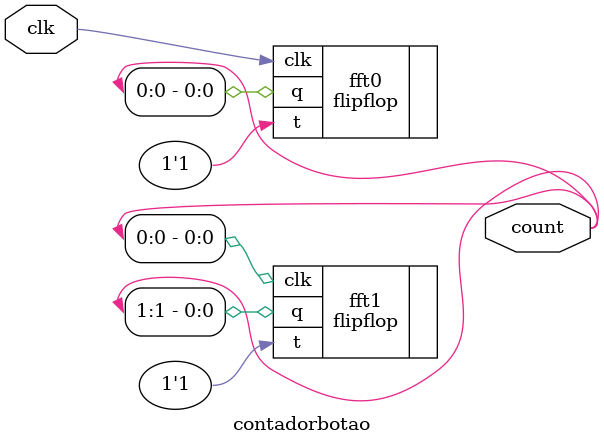
<source format=v>
module contadorbotao(//SET COMO ZERO 
 input wire clk,     // Clock input
 //input wire rst,     // Reset input
 output wire [1:0] count // 2-bit counter output
);
  flipflop fft0(.clk(clk), .t(1'b1), .q(count[0]));
  flipflop fft1(.clk(count[0]), .t(1'b1), .q(count[1]));
endmodule 
//COMO FAZER EM ESTRUTURAL

</source>
